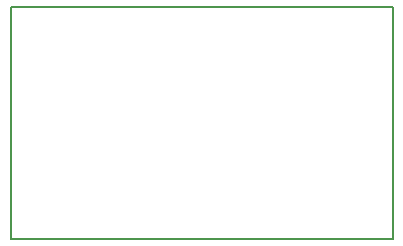
<source format=gbr>
G04 #@! TF.GenerationSoftware,KiCad,Pcbnew,(5.0.2)-1*
G04 #@! TF.CreationDate,2019-05-13T14:34:42-07:00*
G04 #@! TF.ProjectId,7_segment_display,375f7365-676d-4656-9e74-5f646973706c,rev?*
G04 #@! TF.SameCoordinates,Original*
G04 #@! TF.FileFunction,Profile,NP*
%FSLAX46Y46*%
G04 Gerber Fmt 4.6, Leading zero omitted, Abs format (unit mm)*
G04 Created by KiCad (PCBNEW (5.0.2)-1) date 5/13/2019 2:34:42 PM*
%MOMM*%
%LPD*%
G01*
G04 APERTURE LIST*
%ADD10C,0.150000*%
G04 APERTURE END LIST*
D10*
X40640000Y0D02*
X8255000Y0D01*
X40640000Y-19685000D02*
X40640000Y0D01*
X8255000Y-19685000D02*
X40640000Y-19685000D01*
X8255000Y0D02*
X8255000Y-19685000D01*
M02*

</source>
